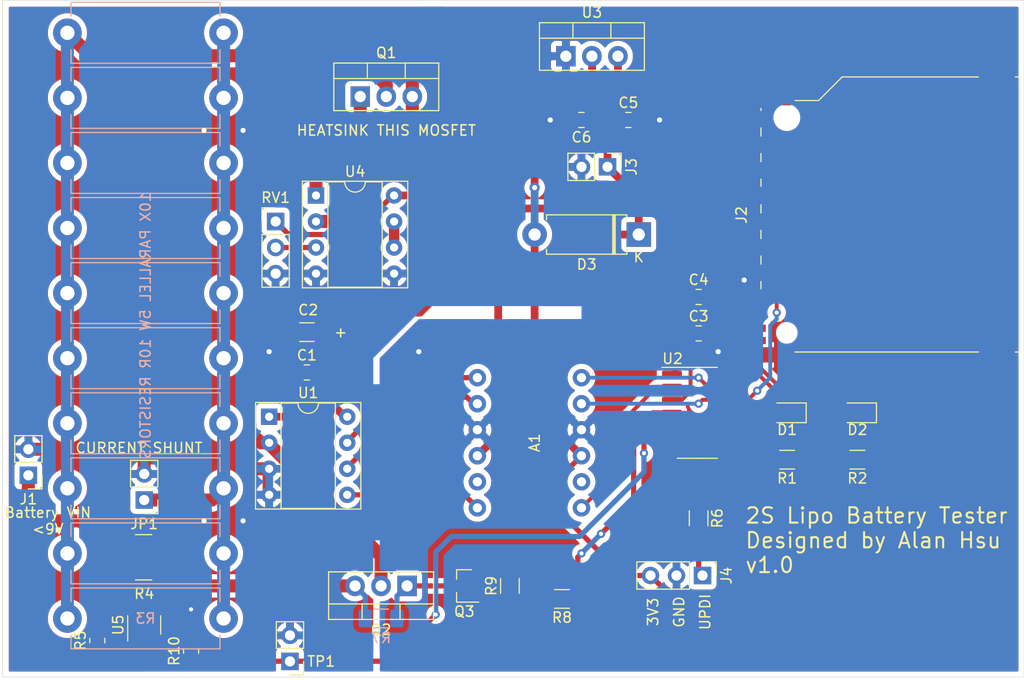
<source format=kicad_pcb>
(kicad_pcb (version 20171130) (host pcbnew "(5.1.9)-1")
  (layers (0 F.Cu signal) (31 B.Cu signal) (34 B.Paste user) (35 F.Paste user) (36 B.SilkS user) (37 F.SilkS user) (38 B.Mask user) (39 F.Mask user) (44 Edge.Cuts user))
  (net 0 "")
  (net 1 /SPI-MISO)
  (net 2 +3V3)
  (net 3 /SPI-CS0)
  (net 4 "Net-(A1-Pad6)")
  (net 5 +9V)
  (net 6 "Net-(A1-Pad2)")
  (net 7 "Net-(A1-Pad1)")
  (net 8 GND)
  (net 9 "Net-(D1-Pad2)")
  (net 10 /SDDet)
  (net 11 "Net-(D2-Pad2)")
  (net 12 /WRPrt)
  (net 13 /B+)
  (net 14 /SPI-SCK)
  (net 15 /SPI-MOSI)
  (net 16 /SPI-CS1)
  (net 17 "Net-(JP1-Pad1)")
  (net 18 "Net-(Q1-Pad3)")
  (net 19 "Net-(Q1-Pad1)")
  (net 20 /RESET)
  (net 21 "Net-(RV1-Pad2)")
  (net 22 "Net-(J4-Pad1)")
  (net 23 "Net-(Q2-Pad1)")
  (net 24 /CUTOFF)
  (net 25 "Net-(Q3-Pad1)")
  (net 26 /ISH+)
  (net 27 /ISH-)
  (net 28 "Net-(R5-Pad1)")
  (net 29 /I_OUT)
  (net 30 "Net-(U4-Pad6)")
  (module Package_DIP:DIP-8_W7.62mm_Socket (layer F.Cu) (at 169.672 82.55)
    (fp_text reference U4 (at 3.81 -2.33) (layer F.SilkS))
    (fp_text value LM358)
    (pad 8 thru_hole oval (at 7.62 0) (size 1.6 1.6) (drill 0.8) (layers *.Cu *.Mask) (net 5 +9V))
    (pad 4 thru_hole oval (at 0 7.62) (size 1.6 1.6) (drill 0.8) (layers *.Cu *.Mask) (net 8 GND))
    (pad 7 thru_hole oval (at 7.62 2.54) (size 1.6 1.6) (drill 0.8) (layers *.Cu *.Mask) (net 30 "Net-(U4-Pad6)"))
    (pad 3 thru_hole oval (at 0 5.08) (size 1.6 1.6) (drill 0.8) (layers *.Cu *.Mask) (net 21 "Net-(RV1-Pad2)"))
    (pad 6 thru_hole oval (at 7.62 5.08) (size 1.6 1.6) (drill 0.8) (layers *.Cu *.Mask) (net 30 "Net-(U4-Pad6)"))
    (pad 2 thru_hole oval (at 0 2.54) (size 1.6 1.6) (drill 0.8) (layers *.Cu *.Mask) (net 18 "Net-(Q1-Pad3)"))
    (pad 5 thru_hole oval (at 7.62 7.62) (size 1.6 1.6) (drill 0.8) (layers *.Cu *.Mask) (net 8 GND))
    (pad 1 thru_hole rect (at 0 0) (size 1.6 1.6) (drill 0.8) (layers *.Cu *.Mask) (net 19 "Net-(Q1-Pad1)"))
  )
  (module Package_DIP:DIP-8_W7.62mm_Socket (layer F.Cu) (at 165.1 104.14)
    (fp_text reference U1 (at 3.81 -2.33) (layer F.SilkS))
    (fp_text value LTC1286CN8)
    (pad 8 thru_hole oval (at 7.62 0) (size 1.6 1.6) (drill 0.8) (layers *.Cu *.Mask) (net 5 +9V))
    (pad 4 thru_hole oval (at 0 7.62) (size 1.6 1.6) (drill 0.8) (layers *.Cu *.Mask) (net 8 GND))
    (pad 7 thru_hole oval (at 7.62 2.54) (size 1.6 1.6) (drill 0.8) (layers *.Cu *.Mask) (net 7 "Net-(A1-Pad1)"))
    (pad 3 thru_hole oval (at 0 5.08) (size 1.6 1.6) (drill 0.8) (layers *.Cu *.Mask) (net 8 GND))
    (pad 6 thru_hole oval (at 7.62 5.08) (size 1.6 1.6) (drill 0.8) (layers *.Cu *.Mask) (net 6 "Net-(A1-Pad2)"))
    (pad 2 thru_hole oval (at 0 2.54) (size 1.6 1.6) (drill 0.8) (layers *.Cu *.Mask) (net 13 /B+))
    (pad 5 thru_hole oval (at 7.62 7.62) (size 1.6 1.6) (drill 0.8) (layers *.Cu *.Mask) (net 4 "Net-(A1-Pad6)"))
    (pad 1 thru_hole rect (at 0 0) (size 1.6 1.6) (drill 0.8) (layers *.Cu *.Mask) (net 5 +9V))
  )
  (module Connector_PinHeader_2.54mm:PinHeader_1x02_P2.54mm_Vertical (layer F.Cu) (at 167.132 128.016 180)
    (fp_text reference TP1 (at -3.048 0) (layer F.SilkS))
    (fp_text value "Current measurement")
    (pad 2 thru_hole oval (at 0 2.54 180) (size 1.7 1.7) (drill 1) (layers *.Cu *.Mask) (net 8 GND))
    (pad 1 thru_hole rect (at 0 0 180) (size 1.7 1.7) (drill 1) (layers *.Cu *.Mask) (net 29 /I_OUT))
  )
  (module Package_TO_SOT_THT:TO-220-3_Vertical (layer F.Cu) (at 194.056 68.961)
    (fp_text reference U3 (at 2.54 -4.27) (layer F.SilkS))
    (fp_text value LM1117-3.3)
    (pad 3 thru_hole oval (at 5.08 0) (size 1.905 2) (drill 1.1) (layers *.Cu *.Mask) (net 5 +9V))
    (pad 2 thru_hole oval (at 2.54 0) (size 1.905 2) (drill 1.1) (layers *.Cu *.Mask) (net 2 +3V3))
    (pad 1 thru_hole rect (at 0 0) (size 1.905 2) (drill 1.1) (layers *.Cu *.Mask) (net 8 GND))
  )
  (module Package_TO_SOT_SMD:SOT-23-5 (layer F.Cu) (at 152.908 124.46 90)
    (fp_text reference U5 (at 0 -2.54 90) (layer F.SilkS))
    (fp_text value LT6106)
    (pad 5 smd rect (at 1.1 -0.95 90) (size 1.06 0.65) (layers F.Cu F.Paste F.Mask) (net 26 /ISH+))
    (pad 4 smd rect (at 1.1 0.95 90) (size 1.06 0.65) (layers F.Cu F.Paste F.Mask) (net 27 /ISH-))
    (pad 3 smd rect (at -1.1 0.95 90) (size 1.06 0.65) (layers F.Cu F.Paste F.Mask) (net 28 "Net-(R5-Pad1)"))
    (pad 2 smd rect (at -1.1 0 90) (size 1.06 0.65) (layers F.Cu F.Paste F.Mask) (net 8 GND))
    (pad 1 smd rect (at -1.1 -0.95 90) (size 1.06 0.65) (layers F.Cu F.Paste F.Mask) (net 29 /I_OUT))
  )
  (module Resistor_SMD:R_0805_2012Metric_Pad1.20x1.40mm_HandSolder (layer F.Cu) (at 157.48 127 90)
    (fp_text reference R10 (at 0 -1.65 90) (layer F.SilkS))
    (fp_text value 2K)
    (pad 2 smd roundrect (at 1 0 90) (size 1.2 1.4) (layers F.Cu F.Paste F.Mask) (roundrect_rratio 0.208333) (net 8 GND))
    (pad 1 smd roundrect (at -1 0 90) (size 1.2 1.4) (layers F.Cu F.Paste F.Mask) (roundrect_rratio 0.208333) (net 29 /I_OUT))
  )
  (module Resistor_SMD:R_0805_2012Metric_Pad1.20x1.40mm_HandSolder (layer F.Cu) (at 148.336 125.984 90)
    (fp_text reference R5 (at 0 -1.65 90) (layer F.SilkS))
    (fp_text value 100R)
    (pad 2 smd roundrect (at 1 0 90) (size 1.2 1.4) (layers F.Cu F.Paste F.Mask) (roundrect_rratio 0.208333) (net 26 /ISH+))
    (pad 1 smd roundrect (at -1 0 90) (size 1.2 1.4) (layers F.Cu F.Paste F.Mask) (roundrect_rratio 0.208333) (net 28 "Net-(R5-Pad1)"))
  )
  (module Resistor_SMD:R_2816_7142Metric_Pad3.20x4.45mm_HandSolder (layer F.Cu) (at 152.848 117.856)
    (fp_text reference R4 (at 0.06 3.556) (layer F.SilkS))
    (fp_text value 10m)
    (pad 2 smd roundrect (at 2.6 0) (size 3.2 4.45) (layers F.Cu F.Paste F.Mask) (roundrect_rratio 0.078125) (net 27 /ISH-))
    (pad 1 smd roundrect (at -2.6 0) (size 3.2 4.45) (layers F.Cu F.Paste F.Mask) (roundrect_rratio 0.078125) (net 26 /ISH+))
  )
  (module Resistor_SMD:R_1206_3216Metric_Pad1.30x1.75mm_HandSolder (layer F.Cu) (at 188.595 120.65 90)
    (fp_text reference R9 (at 0 -1.82 90) (layer F.SilkS))
    (fp_text value 10K)
    (pad 2 smd roundrect (at 1.55 0 90) (size 1.3 1.75) (layers F.Cu F.Paste F.Mask) (roundrect_rratio 0.192308) (net 8 GND))
    (pad 1 smd roundrect (at -1.55 0 90) (size 1.3 1.75) (layers F.Cu F.Paste F.Mask) (roundrect_rratio 0.192308) (net 25 "Net-(Q3-Pad1)"))
  )
  (module Package_TO_SOT_SMD:SOT-23 (layer F.Cu) (at 184.15 120.65 180)
    (fp_text reference Q3 (at 0 -2.5) (layer F.SilkS))
    (fp_text value 2N7002)
    (pad 3 smd rect (at 1 0 180) (size 0.9 0.8) (layers F.Cu F.Paste F.Mask) (net 23 "Net-(Q2-Pad1)"))
    (pad 2 smd rect (at -1 0.95 180) (size 0.9 0.8) (layers F.Cu F.Paste F.Mask) (net 8 GND))
    (pad 1 smd rect (at -1 -0.95 180) (size 0.9 0.8) (layers F.Cu F.Paste F.Mask) (net 25 "Net-(Q3-Pad1)"))
  )
  (module BattTester:10xParallel_R_Axial_DIN0614_L14.3mm_D5.7mm_P15.24mm_Horizontal (layer B.Cu) (at 145.415 123.825)
    (fp_text reference R3 (at 7.62 0) (layer B.SilkS) (effects (justify mirror)))
    (fp_text value "1R, 40-50W")
    (pad 1 thru_hole circle (at 0 -57.15) (size 2.8 2.8) (drill 1.4) (layers *.Cu *.Mask) (net 18 "Net-(Q1-Pad3)"))
    (pad 2 thru_hole oval (at 15.24 -57.15) (size 2.8 2.8) (drill 1.4) (layers *.Cu *.Mask) (net 17 "Net-(JP1-Pad1)"))
    (pad 1 thru_hole circle (at 0 -50.8) (size 2.8 2.8) (drill 1.4) (layers *.Cu *.Mask) (net 18 "Net-(Q1-Pad3)"))
    (pad 2 thru_hole oval (at 15.24 -50.8) (size 2.8 2.8) (drill 1.4) (layers *.Cu *.Mask) (net 17 "Net-(JP1-Pad1)"))
    (pad 1 thru_hole circle (at 0 -44.45) (size 2.8 2.8) (drill 1.4) (layers *.Cu *.Mask) (net 18 "Net-(Q1-Pad3)"))
    (pad 2 thru_hole oval (at 15.24 -44.45) (size 2.8 2.8) (drill 1.4) (layers *.Cu *.Mask) (net 17 "Net-(JP1-Pad1)"))
    (pad 1 thru_hole circle (at 0 -38.1) (size 2.8 2.8) (drill 1.4) (layers *.Cu *.Mask) (net 18 "Net-(Q1-Pad3)"))
    (pad 2 thru_hole oval (at 15.24 -38.1) (size 2.8 2.8) (drill 1.4) (layers *.Cu *.Mask) (net 17 "Net-(JP1-Pad1)"))
    (pad 1 thru_hole circle (at 0 -31.75) (size 2.8 2.8) (drill 1.4) (layers *.Cu *.Mask) (net 18 "Net-(Q1-Pad3)"))
    (pad 2 thru_hole oval (at 15.24 -31.75) (size 2.8 2.8) (drill 1.4) (layers *.Cu *.Mask) (net 17 "Net-(JP1-Pad1)"))
    (pad 1 thru_hole circle (at 0 -25.4) (size 2.8 2.8) (drill 1.4) (layers *.Cu *.Mask) (net 18 "Net-(Q1-Pad3)"))
    (pad 2 thru_hole oval (at 15.24 -25.4) (size 2.8 2.8) (drill 1.4) (layers *.Cu *.Mask) (net 17 "Net-(JP1-Pad1)"))
    (pad 1 thru_hole circle (at 0 -19.05) (size 2.8 2.8) (drill 1.4) (layers *.Cu *.Mask) (net 18 "Net-(Q1-Pad3)"))
    (pad 2 thru_hole oval (at 15.24 -19.05) (size 2.8 2.8) (drill 1.4) (layers *.Cu *.Mask) (net 17 "Net-(JP1-Pad1)"))
    (pad 1 thru_hole circle (at 0 -12.7) (size 2.8 2.8) (drill 1.4) (layers *.Cu *.Mask) (net 18 "Net-(Q1-Pad3)"))
    (pad 2 thru_hole oval (at 15.24 -12.7) (size 2.8 2.8) (drill 1.4) (layers *.Cu *.Mask) (net 17 "Net-(JP1-Pad1)"))
    (pad 1 thru_hole circle (at 0 -6.35) (size 2.8 2.8) (drill 1.4) (layers *.Cu *.Mask) (net 18 "Net-(Q1-Pad3)"))
    (pad 2 thru_hole oval (at 15.24 -6.35) (size 2.8 2.8) (drill 1.4) (layers *.Cu *.Mask) (net 17 "Net-(JP1-Pad1)"))
    (pad 2 thru_hole oval (at 15.24 0) (size 2.8 2.8) (drill 1.4) (layers *.Cu *.Mask) (net 17 "Net-(JP1-Pad1)"))
    (pad 1 thru_hole circle (at 0 0) (size 2.8 2.8) (drill 1.4) (layers *.Cu *.Mask) (net 18 "Net-(Q1-Pad3)"))
  )
  (module Resistor_SMD:R_1206_3216Metric_Pad1.30x1.75mm_HandSolder (layer F.Cu) (at 193.675 121.92 180)
    (fp_text reference R8 (at 0 -1.82) (layer F.SilkS))
    (fp_text value 100R)
    (pad 2 smd roundrect (at 1.55 0 180) (size 1.3 1.75) (layers F.Cu F.Paste F.Mask) (roundrect_rratio 0.192308) (net 25 "Net-(Q3-Pad1)"))
    (pad 1 smd roundrect (at -1.55 0 180) (size 1.3 1.75) (layers F.Cu F.Paste F.Mask) (roundrect_rratio 0.192308) (net 24 /CUTOFF))
  )
  (module Resistor_SMD:R_1206_3216Metric_Pad1.30x1.75mm_HandSolder (layer B.Cu) (at 176.022 123.825 180)
    (fp_text reference R7 (at 0 -1.905) (layer B.SilkS) (effects (justify mirror)))
    (fp_text value 10K)
    (pad 2 smd roundrect (at 1.55 0 180) (size 1.3 1.75) (layers B.Cu B.Paste B.Mask) (roundrect_rratio 0.192308) (net 27 /ISH-))
    (pad 1 smd roundrect (at -1.55 0 180) (size 1.3 1.75) (layers B.Cu B.Paste B.Mask) (roundrect_rratio 0.192308) (net 23 "Net-(Q2-Pad1)"))
  )
  (module Package_TO_SOT_THT:TO-220-3_Vertical (layer F.Cu) (at 178.562 120.65 180)
    (fp_text reference Q2 (at 2.54 -4.27) (layer F.SilkS))
    (fp_text value IRF4905)
    (pad 3 thru_hole oval (at 5.08 0 180) (size 1.905 2) (drill 1.1) (layers *.Cu *.Mask) (net 27 /ISH-))
    (pad 2 thru_hole oval (at 2.54 0 180) (size 1.905 2) (drill 1.1) (layers *.Cu *.Mask) (net 13 /B+))
    (pad 1 thru_hole rect (at 0 0 180) (size 1.905 2) (drill 1.1) (layers *.Cu *.Mask) (net 23 "Net-(Q2-Pad1)"))
  )
  (module Connector_PinHeader_2.54mm:PinHeader_1x02_P2.54mm_Vertical (layer F.Cu) (at 141.605 109.855 180)
    (fp_text reference J1 (at 0 -2.33) (layer F.SilkS))
    (fp_text value Battery)
    (pad 2 thru_hole oval (at 0 2.54 180) (size 1.7 1.7) (drill 1) (layers *.Cu *.Mask) (net 8 GND))
    (pad 1 thru_hole rect (at 0 0 180) (size 1.7 1.7) (drill 1) (layers *.Cu *.Mask) (net 26 /ISH+))
  )
  (module Package_SO:SOIC-14_3.9x8.7mm_P1.27mm (layer F.Cu) (at 206.883 103.759)
    (fp_text reference U2 (at -2.413 -5.28) (layer F.SilkS))
    (fp_text value ATtiny1624-SS)
    (pad 14 smd roundrect (at 2.475 -3.81) (size 1.95 0.6) (layers F.Cu F.Paste F.Mask) (net 8 GND))
    (pad 13 smd roundrect (at 2.475 -2.54) (size 1.95 0.6) (layers F.Cu F.Paste F.Mask) (net 14 /SPI-SCK))
    (pad 12 smd roundrect (at 2.475 -1.27) (size 1.95 0.6) (layers F.Cu F.Paste F.Mask) (net 1 /SPI-MISO))
    (pad 11 smd roundrect (at 2.475 0) (size 1.95 0.6) (layers F.Cu F.Paste F.Mask) (net 15 /SPI-MOSI))
    (pad 10 smd roundrect (at 2.475 1.27) (size 1.95 0.6) (layers F.Cu F.Paste F.Mask) (net 20 /RESET))
    (pad 9 smd roundrect (at 2.475 2.54) (size 1.95 0.6) (layers F.Cu F.Paste F.Mask))
    (pad 8 smd roundrect (at 2.475 3.81) (size 1.95 0.6) (layers F.Cu F.Paste F.Mask))
    (pad 7 smd roundrect (at -2.475 3.81) (size 1.95 0.6) (layers F.Cu F.Paste F.Mask))
    (pad 6 smd roundrect (at -2.475 2.54) (size 1.95 0.6) (layers F.Cu F.Paste F.Mask))
    (pad 5 smd roundrect (at -2.475 1.27) (size 1.95 0.6) (layers F.Cu F.Paste F.Mask) (net 29 /I_OUT))
    (pad 4 smd roundrect (at -2.475 0) (size 1.95 0.6) (layers F.Cu F.Paste F.Mask) (net 24 /CUTOFF))
    (pad 3 smd roundrect (at -2.475 -1.27) (size 1.95 0.6) (layers F.Cu F.Paste F.Mask) (net 16 /SPI-CS1))
    (pad 2 smd roundrect (at -2.475 -2.54) (size 1.95 0.6) (layers F.Cu F.Paste F.Mask) (net 3 /SPI-CS0))
    (pad 1 smd roundrect (at -2.475 -3.81) (size 1.95 0.6) (layers F.Cu F.Paste F.Mask) (net 2 +3V3))
  )
  (module Connector_PinHeader_2.54mm:PinHeader_1x03_P2.54mm_Vertical (layer F.Cu) (at 165.735 85.09)
    (fp_text reference RV1 (at 0 -2.33) (layer F.SilkS))
    (fp_text value 500K)
    (pad 3 thru_hole oval (at 0 5.08) (size 1.7 1.7) (drill 1) (layers *.Cu *.Mask) (net 8 GND))
    (pad 2 thru_hole oval (at 0 2.54) (size 1.7 1.7) (drill 1) (layers *.Cu *.Mask) (net 21 "Net-(RV1-Pad2)"))
    (pad 1 thru_hole rect (at 0 0) (size 1.7 1.7) (drill 1) (layers *.Cu *.Mask) (net 5 +9V))
  )
  (module Resistor_SMD:R_1206_3216Metric_Pad1.30x1.75mm_HandSolder (layer F.Cu) (at 207.01 114.046 270)
    (fp_text reference R6 (at 0 -1.82 90) (layer F.SilkS))
    (fp_text value 4K7)
    (pad 2 smd roundrect (at 1.55 0 270) (size 1.3 1.75) (layers F.Cu F.Paste F.Mask) (roundrect_rratio 0.1923069230769231) (net 22 "Net-(J4-Pad1)"))
    (pad 1 smd roundrect (at -1.55 0 270) (size 1.3 1.75) (layers F.Cu F.Paste F.Mask) (roundrect_rratio 0.1923069230769231) (net 20 /RESET))
  )
  (module Resistor_SMD:R_1206_3216Metric_Pad1.30x1.75mm_HandSolder (layer F.Cu) (at 222.504 108.331 180)
    (fp_text reference R2 (at 0 -1.82) (layer F.SilkS))
    (fp_text value 1K)
    (pad 2 smd roundrect (at 1.55 0 180) (size 1.3 1.75) (layers F.Cu F.Paste F.Mask) (roundrect_rratio 0.1923069230769231) (net 11 "Net-(D2-Pad2)"))
    (pad 1 smd roundrect (at -1.55 0 180) (size 1.3 1.75) (layers F.Cu F.Paste F.Mask) (roundrect_rratio 0.1923069230769231) (net 2 +3V3))
  )
  (module Resistor_SMD:R_1206_3216Metric_Pad1.30x1.75mm_HandSolder (layer F.Cu) (at 215.646 108.331 180)
    (fp_text reference R1 (at 0 -1.82) (layer F.SilkS))
    (fp_text value 1K)
    (pad 2 smd roundrect (at 1.55 0 180) (size 1.3 1.75) (layers F.Cu F.Paste F.Mask) (roundrect_rratio 0.1923069230769231) (net 9 "Net-(D1-Pad2)"))
    (pad 1 smd roundrect (at -1.55 0 180) (size 1.3 1.75) (layers F.Cu F.Paste F.Mask) (roundrect_rratio 0.1923069230769231) (net 2 +3V3))
  )
  (module Package_TO_SOT_THT:TO-220-3_Vertical (layer F.Cu) (at 173.99 72.898)
    (fp_text reference Q1 (at 2.54 -4.27) (layer F.SilkS))
    (fp_text value IRLZ44N)
    (pad 3 thru_hole oval (at 5.08 0) (size 1.905 2) (drill 1.1) (layers *.Cu *.Mask) (net 18 "Net-(Q1-Pad3)"))
    (pad 2 thru_hole oval (at 2.54 0) (size 1.905 2) (drill 1.1) (layers *.Cu *.Mask) (net 13 /B+))
    (pad 1 thru_hole rect (at 0 0) (size 1.905 2) (drill 1.1) (layers *.Cu *.Mask) (net 19 "Net-(Q1-Pad1)"))
  )
  (module Connector_PinHeader_2.54mm:PinHeader_1x02_P2.54mm_Vertical (layer F.Cu) (at 152.908 112.268 180)
    (fp_text reference JP1 (at 0 -2.33) (layer F.SilkS))
    (fp_text value I_SHUNT)
    (pad 2 thru_hole oval (at 0 2.54 180) (size 1.7 1.7) (drill 1) (layers *.Cu *.Mask) (net 8 GND))
    (pad 1 thru_hole rect (at 0 0 180) (size 1.7 1.7) (drill 1) (layers *.Cu *.Mask) (net 17 "Net-(JP1-Pad1)"))
  )
  (module Connector_PinHeader_2.54mm:PinHeader_1x03_P2.54mm_Vertical (layer F.Cu) (at 207.391 119.634 270)
    (fp_text reference J4 (at 0 -2.33 90) (layer F.SilkS))
    (fp_text value UPDI)
    (pad 3 thru_hole oval (at 0 5.08 270) (size 1.7 1.7) (drill 1) (layers *.Cu *.Mask) (net 2 +3V3))
    (pad 2 thru_hole oval (at 0 2.54 270) (size 1.7 1.7) (drill 1) (layers *.Cu *.Mask) (net 8 GND))
    (pad 1 thru_hole rect (at 0 0 270) (size 1.7 1.7) (drill 1) (layers *.Cu *.Mask) (net 22 "Net-(J4-Pad1)"))
  )
  (module Connector_PinHeader_2.54mm:PinHeader_1x02_P2.54mm_Vertical (layer F.Cu) (at 198.12 79.756 270)
    (fp_text reference J3 (at 0 -2.33 90) (layer F.SilkS))
    (fp_text value PWR)
    (pad 2 thru_hole oval (at 0 2.54 270) (size 1.7 1.7) (drill 1) (layers *.Cu *.Mask) (net 8 GND))
    (pad 1 thru_hole rect (at 0 0 270) (size 1.7 1.7) (drill 1) (layers *.Cu *.Mask) (net 5 +9V))
  )
  (module Connector_Card:SD_TE_2041021 (layer F.Cu) (at 224.79 84.455 90)
    (fp_text reference J2 (at 0 -13.6 90) (layer F.SilkS))
    (fp_text value SD_Card)
    (pad 12 smd rect (at -13.65 -10.175 90) (size 1.5 2.8) (layers F.Cu F.Paste F.Mask) (net 8 GND))
    (pad 12 smd rect (at -13.65 11.325 90) (size 1.5 2.8) (layers F.Cu F.Paste F.Mask) (net 8 GND))
    (pad 12 smd rect (at 13.65 11.325 90) (size 1.5 2.8) (layers F.Cu F.Paste F.Mask) (net 8 GND))
    (pad 12 smd rect (at 11.45 -10.175 90) (size 1.5 2.8) (layers F.Cu F.Paste F.Mask) (net 8 GND))
    (pad "" np_thru_hole circle (at -11.5 -9.175 90) (size 1.1 1.1) (drill 1.1) (layers *.Cu *.Mask))
    (pad "" np_thru_hole circle (at 9.5 -9.175 90) (size 1.6 1.6) (drill 1.6) (layers *.Cu *.Mask))
    (pad 11 smd rect (at -12.255 -11.975 90) (size 0.7 1.5) (layers F.Cu F.Paste F.Mask) (net 12 /WRPrt))
    (pad 10 smd rect (at -11.055 -11.975 90) (size 0.7 1.5) (layers F.Cu F.Paste F.Mask) (net 10 /SDDet))
    (pad 9 smd rect (at 9.375 -11.975 90) (size 1 1.5) (layers F.Cu F.Paste F.Mask))
    (pad 8 smd rect (at -9.755 -11.975 90) (size 1 1.5) (layers F.Cu F.Paste F.Mask))
    (pad 7 smd rect (at -8.055 -11.975 90) (size 1 1.5) (layers F.Cu F.Paste F.Mask) (net 1 /SPI-MISO))
    (pad 6 smd rect (at -5.625 -11.975 90) (size 1 1.5) (layers F.Cu F.Paste F.Mask) (net 8 GND))
    (pad 5 smd rect (at -3.125 -11.975 90) (size 1 1.5) (layers F.Cu F.Paste F.Mask) (net 14 /SPI-SCK))
    (pad 4 smd rect (at -0.625 -11.975 90) (size 1 1.5) (layers F.Cu F.Paste F.Mask) (net 2 +3V3))
    (pad 3 smd rect (at 1.875 -11.975 90) (size 1 1.5) (layers F.Cu F.Paste F.Mask) (net 8 GND))
    (pad 2 smd rect (at 4.375 -11.975 90) (size 1 1.5) (layers F.Cu F.Paste F.Mask) (net 15 /SPI-MOSI))
    (pad 1 smd rect (at 6.875 -11.975 90) (size 1 1.5) (layers F.Cu F.Paste F.Mask) (net 16 /SPI-CS1))
  )
  (module Diode_THT:D_DO-15_P10.16mm_Horizontal (layer F.Cu) (at 201.168 86.36 180)
    (fp_text reference D3 (at 5.08 -2.92) (layer F.SilkS))
    (fp_text value 1N5818)
    (fp_text user K (at 0 -2.2) (layer F.SilkS))
    (pad 2 thru_hole oval (at 10.16 0 180) (size 2.4 2.4) (drill 1.2) (layers *.Cu *.Mask) (net 2 +3V3))
    (pad 1 thru_hole rect (at 0 0 180) (size 2.4 2.4) (drill 1.2) (layers *.Cu *.Mask) (net 5 +9V))
  )
  (module LED_SMD:LED_0805_2012Metric_Pad1.15x1.40mm_HandSolder (layer F.Cu) (at 222.504 103.759 180)
    (fp_text reference D2 (at 0 -1.65) (layer F.SilkS))
    (fp_text value LED)
    (pad 2 smd roundrect (at 1.025 0 180) (size 1.15 1.4) (layers F.Cu F.Paste F.Mask) (roundrect_rratio 0.2173904347826087) (net 11 "Net-(D2-Pad2)"))
    (pad 1 smd roundrect (at -1.025 0 180) (size 1.15 1.4) (layers F.Cu F.Paste F.Mask) (roundrect_rratio 0.2173904347826087) (net 12 /WRPrt))
  )
  (module LED_SMD:LED_0805_2012Metric_Pad1.15x1.40mm_HandSolder (layer F.Cu) (at 215.646 103.759 180)
    (fp_text reference D1 (at 0 -1.65) (layer F.SilkS))
    (fp_text value LED)
    (pad 2 smd roundrect (at 1.025 0 180) (size 1.15 1.4) (layers F.Cu F.Paste F.Mask) (roundrect_rratio 0.2173904347826087) (net 9 "Net-(D1-Pad2)"))
    (pad 1 smd roundrect (at -1.025 0 180) (size 1.15 1.4) (layers F.Cu F.Paste F.Mask) (roundrect_rratio 0.2173904347826087) (net 10 /SDDet))
  )
  (module Capacitor_SMD:C_0805_2012Metric_Pad1.18x1.45mm_HandSolder (layer F.Cu) (at 195.58 75.184 180)
    (fp_text reference C6 (at 0 -1.68) (layer F.SilkS))
    (fp_text value 10uF)
    (pad 2 smd roundrect (at 1.0375 0 180) (size 1.175 1.45) (layers F.Cu F.Paste F.Mask) (roundrect_rratio 0.2127659574468085) (net 8 GND))
    (pad 1 smd roundrect (at -1.0375 0 180) (size 1.175 1.45) (layers F.Cu F.Paste F.Mask) (roundrect_rratio 0.2127659574468085) (net 2 +3V3))
  )
  (module Capacitor_SMD:C_0805_2012Metric_Pad1.18x1.45mm_HandSolder (layer F.Cu) (at 200.152 75.184)
    (fp_text reference C5 (at 0 -1.68) (layer F.SilkS))
    (fp_text value 10uF)
    (pad 2 smd roundrect (at 1.0375 0) (size 1.175 1.45) (layers F.Cu F.Paste F.Mask) (roundrect_rratio 0.2127659574468085) (net 8 GND))
    (pad 1 smd roundrect (at -1.0375 0) (size 1.175 1.45) (layers F.Cu F.Paste F.Mask) (roundrect_rratio 0.2127659574468085) (net 5 +9V))
  )
  (module Capacitor_SMD:C_0805_2012Metric_Pad1.18x1.45mm_HandSolder (layer F.Cu) (at 207.01 92.456)
    (fp_text reference C4 (at 0 -1.68) (layer F.SilkS))
    (fp_text value 10uF)
    (pad 2 smd roundrect (at 1.0375 0) (size 1.175 1.45) (layers F.Cu F.Paste F.Mask) (roundrect_rratio 0.2127659574468085) (net 8 GND))
    (pad 1 smd roundrect (at -1.0375 0) (size 1.175 1.45) (layers F.Cu F.Paste F.Mask) (roundrect_rratio 0.2127659574468085) (net 2 +3V3))
  )
  (module Capacitor_SMD:C_0805_2012Metric_Pad1.18x1.45mm_HandSolder (layer F.Cu) (at 207.01 96.012)
    (fp_text reference C3 (at 0 -1.68) (layer F.SilkS))
    (fp_text value 0.1uF)
    (pad 2 smd roundrect (at 1.0375 0) (size 1.175 1.45) (layers F.Cu F.Paste F.Mask) (roundrect_rratio 0.2127659574468085) (net 8 GND))
    (pad 1 smd roundrect (at -1.0375 0) (size 1.175 1.45) (layers F.Cu F.Paste F.Mask) (roundrect_rratio 0.2127659574468085) (net 2 +3V3))
  )
  (module Capacitor_SMD:C_1206_3216Metric_Pad1.33x1.80mm_HandSolder (layer F.Cu) (at 168.783 95.885 180)
    (fp_text reference C2 (at -0.127 2.159) (layer F.SilkS))
    (fp_text value 10uF)
    (pad 2 smd roundrect (at 1.5625 0 180) (size 1.325 1.8) (layers F.Cu F.Paste F.Mask) (roundrect_rratio 0.1886777358490566) (net 8 GND))
    (pad 1 smd roundrect (at -1.5625 0 180) (size 1.325 1.8) (layers F.Cu F.Paste F.Mask) (roundrect_rratio 0.1886777358490566) (net 5 +9V))
  )
  (module Capacitor_SMD:C_0805_2012Metric_Pad1.18x1.45mm_HandSolder (layer F.Cu) (at 168.783 99.822)
    (fp_text reference C1 (at 0 -1.68) (layer F.SilkS))
    (fp_text value 1uF)
    (pad 2 smd roundrect (at 1.0375 0) (size 1.175 1.45) (layers F.Cu F.Paste F.Mask) (roundrect_rratio 0.2127659574468085) (net 5 +9V))
    (pad 1 smd roundrect (at -1.0375 0) (size 1.175 1.45) (layers F.Cu F.Paste F.Mask) (roundrect_rratio 0.2127659574468085) (net 8 GND))
  )
  (module BattTester:LevelShifterBreakout (layer F.Cu) (at 190.5 106.68 90)
    (fp_text reference A1 (at 0 0.5 90) (layer F.SilkS))
    (fp_text value LevelShifter)
    (pad 12 thru_hole circle (at 6.35 5.08 90) (size 1.7 1.7) (drill 0.9) (layers *.Cu *.Mask) (net 14 /SPI-SCK))
    (pad 11 thru_hole circle (at 3.81 5.08 90) (size 1.7 1.7) (drill 0.9) (layers *.Cu *.Mask) (net 1 /SPI-MISO))
    (pad 10 thru_hole circle (at 1.27 5.08 90) (size 1.7 1.7) (drill 0.9) (layers *.Cu *.Mask) (net 8 GND))
    (pad 9 thru_hole circle (at -1.27 5.08 90) (size 1.7 1.7) (drill 0.9) (layers *.Cu *.Mask) (net 2 +3V3))
    (pad 8 thru_hole circle (at -3.81 5.08 90) (size 1.7 1.7) (drill 0.9) (layers *.Cu *.Mask))
    (pad 7 thru_hole circle (at -6.35 5.08 90) (size 1.7 1.7) (drill 0.9) (layers *.Cu *.Mask) (net 3 /SPI-CS0))
    (pad 6 thru_hole circle (at -6.35 -5.08 90) (size 1.7 1.7) (drill 0.9) (layers *.Cu *.Mask) (net 4 "Net-(A1-Pad6)"))
    (pad 5 thru_hole circle (at -3.81 -5.08 90) (size 1.7 1.7) (drill 0.9) (layers *.Cu *.Mask))
    (pad 4 thru_hole circle (at -1.27 -5.08 90) (size 1.7 1.7) (drill 0.9) (layers *.Cu *.Mask) (net 5 +9V))
    (pad 3 thru_hole circle (at 1.27 -5.08 90) (size 1.7 1.7) (drill 0.9) (layers *.Cu *.Mask) (net 8 GND))
    (pad 2 thru_hole circle (at 3.81 -5.08 90) (size 1.7 1.7) (drill 0.9) (layers *.Cu *.Mask) (net 6 "Net-(A1-Pad2)"))
    (pad 1 thru_hole circle (at 6.35 -5.08 90) (size 1.7 1.7) (drill 0.9) (layers *.Cu *.Mask) (net 7 "Net-(A1-Pad1)"))
  )
  (gr_text "10X PARALLEL 5W 10R RESISTORS" (at 153.035 95.25 90) (layer B.SilkS) (effects (font (size 1 1)) (justify mirror)))
  (gr_text "CURRENT SHUNT" (at 152.4 107.188) (layer F.SilkS) (effects (font (size 1 1))))
  (gr_text 3V3 (at 202.565 123.19 90) (layer F.SilkS) (effects (font (size 1 1))))
  (gr_text GND (at 205.105 123.19 90) (layer F.SilkS) (effects (font (size 1 1))))
  (gr_text "HEATSINK THIS MOSFET" (at 176.53 76.2) (layer F.SilkS) (effects (font (size 1 1))))
  (gr_text "Battery VIN\n<9V" (at 143.51 114.3) (layer F.SilkS) (effects (font (size 1 1))))
  (gr_text UPDI (at 207.645 123.19 90) (layer F.SilkS) (effects (font (size 1 1))))
  (gr_text "2S Lipo Battery Tester\nDesigned by Alan Hsu\nv1.0" (at 211.455 116.205) (layer F.SilkS) (effects (font (size 1.5 1.5) (thickness 0.2)) (justify left)))
  (gr_line (start 238.76 63.5) (end 139.065 63.5) (layer Edge.Cuts) (width 0.05))
  (gr_line (start 238.76 129.54) (end 238.76 63.5) (layer Edge.Cuts) (width 0.05))
  (gr_line (start 139.065 129.54) (end 238.76 129.54) (layer Edge.Cuts) (width 0.05))
  (gr_line (start 139.065 63.5) (end 139.065 129.54) (layer Edge.Cuts) (width 0.05))
  (gr_text + (at 172.085 95.885) (layer F.SilkS) (effects (font (size 1 1))))
  (segment (start 206.375 102.87) (end 206.375 102.87) (width 0.381) (layer B.Cu) (net 1))
  (via (at 207.01 102.869994) (size 0.8) (drill 0.4) (layers F.Cu B.Cu) (net 1))
  (segment (start 195.58 102.87) (end 207.009994 102.87) (width 0.381) (layer B.Cu) (net 1))
  (segment (start 207.009994 102.87) (end 207.01 102.869994) (width 0.381) (layer B.Cu) (net 1))
  (segment (start 209.358 102.489) (end 207.390994 102.489) (width 0.381) (layer F.Cu) (net 1))
  (segment (start 207.390994 102.489) (end 207.01 102.869994) (width 0.381) (layer F.Cu) (net 1))
  (segment (start 210.333 102.489) (end 209.358 102.489) (width 0.381) (layer F.Cu) (net 1))
  (segment (start 211.455 101.367) (end 210.333 102.489) (width 0.381) (layer F.Cu) (net 1))
  (segment (start 211.455 97.974575) (end 211.455 101.367) (width 0.381) (layer F.Cu) (net 1))
  (segment (start 212.815 92.51) (end 211.684 92.51) (width 0.381) (layer F.Cu) (net 1))
  (segment (start 211.093488 97.613063) (end 211.455 97.974575) (width 0.381) (layer F.Cu) (net 1))
  (segment (start 211.455 95.445425) (end 211.093488 95.806937) (width 0.381) (layer F.Cu) (net 1))
  (segment (start 211.684 92.51) (end 211.455 92.739) (width 0.381) (layer F.Cu) (net 1))
  (segment (start 211.455 92.739) (end 211.455 95.445425) (width 0.381) (layer F.Cu) (net 1))
  (segment (start 211.093488 95.806937) (end 211.093488 97.613063) (width 0.381) (layer F.Cu) (net 1))
  (segment (start 205.9725 92.456) (end 205.9725 96.012) (width 0.381) (layer F.Cu) (net 2))
  (segment (start 205.9725 98.3845) (end 204.408 99.949) (width 0.381) (layer F.Cu) (net 2))
  (segment (start 205.9725 96.012) (end 205.9725 98.3845) (width 0.381) (layer F.Cu) (net 2))
  (segment (start 191.009 103.379) (end 195.58 107.95) (width 0.762) (layer F.Cu) (net 2))
  (segment (start 191.009 90.575) (end 191.009 103.379) (width 0.762) (layer F.Cu) (net 2))
  (segment (start 205.9725 90.5725) (end 205.9725 92.456) (width 0.508) (layer F.Cu) (net 2))
  (segment (start 211.465 85.08) (end 205.9725 90.5725) (width 0.508) (layer F.Cu) (net 2))
  (segment (start 205.97 90.575) (end 205.9725 90.5725) (width 0.508) (layer F.Cu) (net 2))
  (segment (start 191.009 90.575) (end 205.97 90.575) (width 0.508) (layer F.Cu) (net 2))
  (segment (start 211.465 85.08) (end 212.815 85.08) (width 0.508) (layer F.Cu) (net 2))
  (segment (start 222.72499 109.66001) (end 224.054 108.331) (width 0.508) (layer F.Cu) (net 2))
  (segment (start 218.52501 109.66001) (end 222.72499 109.66001) (width 0.508) (layer F.Cu) (net 2))
  (segment (start 217.196 108.331) (end 218.52501 109.66001) (width 0.508) (layer F.Cu) (net 2))
  (segment (start 203.962 121.285) (end 202.311 119.634) (width 0.508) (layer F.Cu) (net 2))
  (segment (start 209.221101 121.285) (end 203.962 121.285) (width 0.508) (layer F.Cu) (net 2))
  (segment (start 217.196 113.310101) (end 209.221101 121.285) (width 0.508) (layer F.Cu) (net 2))
  (segment (start 217.196 108.331) (end 217.196 113.310101) (width 0.508) (layer F.Cu) (net 2))
  (segment (start 193.675 113.665) (end 193.675 109.855) (width 0.508) (layer F.Cu) (net 2))
  (segment (start 193.675 109.855) (end 195.58 107.95) (width 0.508) (layer F.Cu) (net 2))
  (segment (start 199.644 119.634) (end 193.675 113.665) (width 0.508) (layer F.Cu) (net 2))
  (segment (start 202.311 119.634) (end 199.644 119.634) (width 0.508) (layer F.Cu) (net 2))
  (segment (start 196.6175 68.9825) (end 196.596 68.961) (width 0.762) (layer F.Cu) (net 2))
  (segment (start 196.6175 75.184) (end 196.6175 68.9825) (width 0.762) (layer F.Cu) (net 2))
  (segment (start 191.009 86.361) (end 191.009 90.575) (width 0.762) (layer F.Cu) (net 2))
  (segment (start 191.008 86.36) (end 191.009 86.361) (width 0.762) (layer F.Cu) (net 2))
  (segment (start 191.008 86.36) (end 191.008 81.788) (width 0.762) (layer B.Cu) (net 2))
  (segment (start 191.008 81.788) (end 191.008 81.788) (width 0.762) (layer B.Cu) (net 2))
  (via (at 191.008 81.788) (size 1) (drill 0.5) (layers F.Cu B.Cu) (net 2))
  (segment (start 191.008 80.7935) (end 196.6175 75.184) (width 0.762) (layer F.Cu) (net 2))
  (segment (start 191.008 81.788) (end 191.008 80.7935) (width 0.762) (layer F.Cu) (net 2))
  (segment (start 202.946 101.219) (end 204.408 101.219) (width 0.381) (layer F.Cu) (net 3))
  (segment (start 200.025 104.14) (end 202.946 101.219) (width 0.381) (layer F.Cu) (net 3))
  (segment (start 200.025 108.585) (end 200.025 104.14) (width 0.381) (layer F.Cu) (net 3))
  (segment (start 195.58 113.03) (end 200.025 108.585) (width 0.381) (layer F.Cu) (net 3))
  (segment (start 184.15 111.76) (end 185.42 113.03) (width 0.508) (layer F.Cu) (net 4))
  (segment (start 172.72 111.76) (end 184.15 111.76) (width 0.508) (layer F.Cu) (net 4))
  (segment (start 170.3455 99.297) (end 169.8205 99.822) (width 0.762) (layer F.Cu) (net 5))
  (segment (start 170.3455 95.885) (end 170.3455 99.297) (width 0.762) (layer F.Cu) (net 5))
  (segment (start 169.8205 99.822) (end 169.8205 100.7795) (width 0.762) (layer F.Cu) (net 5))
  (segment (start 173.355 86.36) (end 177.165 82.55) (width 0.508) (layer F.Cu) (net 5))
  (segment (start 167.005 86.36) (end 173.355 86.36) (width 0.508) (layer F.Cu) (net 5))
  (segment (start 165.735 85.09) (end 167.005 86.36) (width 0.508) (layer F.Cu) (net 5))
  (segment (start 169.8205 100.9535) (end 169.8205 100.7795) (width 0.762) (layer F.Cu) (net 5))
  (segment (start 166.634 104.14) (end 169.8205 100.9535) (width 0.762) (layer F.Cu) (net 5))
  (segment (start 164.973 104.14) (end 166.634 104.14) (width 0.762) (layer F.Cu) (net 5))
  (segment (start 199.136 75.1625) (end 199.1145 75.184) (width 0.762) (layer F.Cu) (net 5))
  (segment (start 199.136 68.961) (end 199.136 75.1625) (width 0.762) (layer F.Cu) (net 5))
  (segment (start 198.12 76.1785) (end 199.1145 75.184) (width 0.762) (layer F.Cu) (net 5))
  (segment (start 198.12 79.756) (end 198.12 76.1785) (width 0.762) (layer F.Cu) (net 5))
  (segment (start 201.168 82.804) (end 201.168 86.36) (width 0.762) (layer F.Cu) (net 5))
  (segment (start 198.12 79.756) (end 201.168 82.804) (width 0.762) (layer F.Cu) (net 5))
  (segment (start 179.832 93.98) (end 186.436 87.376) (width 0.762) (layer F.Cu) (net 5))
  (segment (start 172.2505 93.98) (end 179.832 93.98) (width 0.762) (layer F.Cu) (net 5))
  (segment (start 170.3455 95.885) (end 172.2505 93.98) (width 0.762) (layer F.Cu) (net 5))
  (segment (start 181.61 82.55) (end 177.292 82.55) (width 0.762) (layer F.Cu) (net 5))
  (segment (start 186.436 87.376) (end 181.61 82.55) (width 0.762) (layer F.Cu) (net 5))
  (segment (start 187.452 88.392) (end 186.436 87.376) (width 0.762) (layer F.Cu) (net 5))
  (segment (start 187.452 105.918) (end 187.452 88.392) (width 0.762) (layer F.Cu) (net 5))
  (segment (start 185.42 107.95) (end 187.452 105.918) (width 0.762) (layer F.Cu) (net 5))
  (segment (start 198.628 86.36) (end 201.168 86.36) (width 0.762) (layer F.Cu) (net 5))
  (segment (start 196.088 83.82) (end 198.628 86.36) (width 0.762) (layer F.Cu) (net 5))
  (segment (start 189.992 83.82) (end 196.088 83.82) (width 0.762) (layer F.Cu) (net 5))
  (segment (start 186.436 87.376) (end 189.992 83.82) (width 0.762) (layer F.Cu) (net 5))
  (segment (start 172.466 104.14) (end 172.72 104.14) (width 0.762) (layer F.Cu) (net 5))
  (segment (start 169.8205 101.4945) (end 172.466 104.14) (width 0.762) (layer F.Cu) (net 5))
  (segment (start 169.8205 100.7795) (end 169.8205 101.4945) (width 0.762) (layer F.Cu) (net 5))
  (segment (start 184.404 102.235) (end 185.039 102.87) (width 0.508) (layer F.Cu) (net 6))
  (segment (start 185.039 102.87) (end 185.42 102.87) (width 0.508) (layer F.Cu) (net 6))
  (segment (start 179.578 102.235) (end 184.404 102.235) (width 0.508) (layer F.Cu) (net 6))
  (segment (start 172.72 109.093) (end 179.578 102.235) (width 0.508) (layer F.Cu) (net 6))
  (segment (start 172.72 109.22) (end 172.72 109.093) (width 0.508) (layer F.Cu) (net 6))
  (segment (start 179.973922 100.33) (end 185.42 100.33) (width 0.508) (layer F.Cu) (net 7))
  (segment (start 178.943 100.33) (end 179.973922 100.33) (width 0.508) (layer F.Cu) (net 7))
  (segment (start 172.72 106.553) (end 178.943 100.33) (width 0.508) (layer F.Cu) (net 7))
  (segment (start 172.72 106.68) (end 172.72 106.553) (width 0.508) (layer F.Cu) (net 7))
  (segment (start 208.0475 92.456) (end 208.0475 96.012) (width 0.381) (layer F.Cu) (net 8))
  (segment (start 208.0475 98.6385) (end 209.358 99.949) (width 0.381) (layer F.Cu) (net 8))
  (segment (start 208.0475 96.012) (end 208.0475 98.6385) (width 0.381) (layer F.Cu) (net 8))
  (via (at 165.1 97.79) (size 1) (drill 0.5) (layers F.Cu B.Cu) (net 8))
  (via (at 179.705 97.79) (size 1) (drill 0.5) (layers F.Cu B.Cu) (net 8))
  (via (at 211.455 90.805) (size 1) (drill 0.5) (layers F.Cu B.Cu) (net 8))
  (via (at 208.915 97.79) (size 1) (drill 0.5) (layers F.Cu B.Cu) (net 8))
  (segment (start 212.18 90.08) (end 211.455 90.805) (width 0.508) (layer F.Cu) (net 8))
  (segment (start 212.815 90.08) (end 212.18 90.08) (width 0.508) (layer F.Cu) (net 8))
  (segment (start 169.672 90.17) (end 165.735 90.17) (width 0.508) (layer F.Cu) (net 8))
  (segment (start 164.973 111.76) (end 164.973 109.22) (width 1.016) (layer F.Cu) (net 8))
  (via (at 158.75 114.3) (size 1) (drill 0.5) (layers F.Cu B.Cu) (net 8))
  (via (at 162.56 114.3) (size 1) (drill 0.5) (layers F.Cu B.Cu) (net 8))
  (via (at 158.75 76.2) (size 1) (drill 0.5) (layers F.Cu B.Cu) (net 8))
  (via (at 162.56 76.2) (size 1) (drill 0.5) (layers F.Cu B.Cu) (net 8))
  (via (at 192.532 75.184) (size 1) (drill 0.5) (layers F.Cu B.Cu) (net 8))
  (via (at 203.2 75.184) (size 1) (drill 0.5) (layers F.Cu B.Cu) (net 8))
  (segment (start 152.908 107.442) (end 152.781 107.315) (width 1.27) (layer F.Cu) (net 8))
  (segment (start 152.908 109.728) (end 152.908 107.442) (width 1.27) (layer F.Cu) (net 8))
  (segment (start 141.605 107.315) (end 152.781 107.315) (width 1.27) (layer F.Cu) (net 8))
  (segment (start 152.908 126.598) (end 153.31 127) (width 0.508) (layer F.Cu) (net 8))
  (segment (start 152.908 125.56) (end 152.908 126.598) (width 0.508) (layer F.Cu) (net 8))
  (segment (start 156.48 127) (end 157.48 126) (width 0.508) (layer F.Cu) (net 8))
  (segment (start 153.31 127) (end 156.48 127) (width 0.508) (layer F.Cu) (net 8))
  (via (at 157.48 122.936) (size 0.8) (drill 0.4) (layers F.Cu B.Cu) (net 8))
  (segment (start 165.1 109.22) (end 164.973 109.22) (width 1.27) (layer F.Cu) (net 8))
  (segment (start 163.576 109.22) (end 165.1 109.22) (width 1.27) (layer F.Cu) (net 8))
  (segment (start 162.506011 108.150011) (end 163.576 109.22) (width 1.27) (layer F.Cu) (net 8))
  (segment (start 153.616011 108.150011) (end 162.506011 108.150011) (width 1.27) (layer F.Cu) (net 8))
  (segment (start 152.781 107.315) (end 153.616011 108.150011) (width 1.27) (layer F.Cu) (net 8))
  (segment (start 214.621 107.806) (end 214.096 108.331) (width 0.381) (layer F.Cu) (net 9))
  (segment (start 214.621 103.759) (end 214.621 107.806) (width 0.381) (layer F.Cu) (net 9))
  (segment (start 212.212098 95.51) (end 212.815 95.51) (width 0.381) (layer F.Cu) (net 10))
  (segment (start 211.674499 96.047599) (end 212.212098 95.51) (width 0.381) (layer F.Cu) (net 10))
  (segment (start 212.036011 97.733913) (end 211.674499 97.372401) (width 0.381) (layer F.Cu) (net 10))
  (segment (start 215.503916 102.66849) (end 212.036011 99.200585) (width 0.381) (layer F.Cu) (net 10))
  (segment (start 212.036011 99.200585) (end 212.036011 97.733913) (width 0.381) (layer F.Cu) (net 10))
  (segment (start 215.58049 102.66849) (end 215.503916 102.66849) (width 0.381) (layer F.Cu) (net 10))
  (segment (start 216.671 103.759) (end 215.58049 102.66849) (width 0.381) (layer F.Cu) (net 10))
  (segment (start 211.674499 97.372401) (end 211.674499 96.047599) (width 0.381) (layer F.Cu) (net 10))
  (segment (start 221.479 107.806) (end 220.954 108.331) (width 0.381) (layer F.Cu) (net 11))
  (segment (start 221.479 103.759) (end 221.479 107.806) (width 0.381) (layer F.Cu) (net 11))
  (segment (start 221.37 101.6) (end 223.529 103.759) (width 0.381) (layer F.Cu) (net 12))
  (segment (start 215.257098 101.6) (end 221.37 101.6) (width 0.381) (layer F.Cu) (net 12))
  (segment (start 212.815 99.157902) (end 215.257098 101.6) (width 0.381) (layer F.Cu) (net 12))
  (segment (start 212.815 96.71) (end 212.815 99.157902) (width 0.381) (layer F.Cu) (net 12))
  (segment (start 176.53 71.755) (end 176.53 72.898) (width 1.27) (layer F.Cu) (net 13))
  (segment (start 175.26 70.485) (end 176.53 71.755) (width 1.27) (layer F.Cu) (net 13))
  (segment (start 163.195 78.132579) (end 170.842579 70.485) (width 1.27) (layer F.Cu) (net 13))
  (segment (start 170.842579 70.485) (end 175.26 70.485) (width 1.27) (layer F.Cu) (net 13))
  (segment (start 176.022 120.65) (end 176.022 117.729) (width 1.27) (layer F.Cu) (net 13))
  (segment (start 163.195 104.902) (end 163.195 78.132579) (width 1.27) (layer F.Cu) (net 13))
  (segment (start 165.1 106.807) (end 165.1 106.68) (width 1.27) (layer F.Cu) (net 13))
  (segment (start 165.1 106.68) (end 164.282998 106.68) (width 1.27) (layer F.Cu) (net 13))
  (segment (start 163.210999 104.917999) (end 163.195 104.902) (width 1.27) (layer F.Cu) (net 13))
  (segment (start 176.022 117.729) (end 165.1 106.807) (width 1.27) (layer F.Cu) (net 13))
  (segment (start 164.282998 106.68) (end 163.210999 105.608001) (width 1.27) (layer F.Cu) (net 13))
  (segment (start 163.210999 105.608001) (end 163.210999 104.917999) (width 1.27) (layer F.Cu) (net 13))
  (segment (start 206.375 100.33) (end 206.375 100.33) (width 0.381) (layer B.Cu) (net 14))
  (segment (start 207.899 101.219) (end 207.01 100.33) (width 0.381) (layer F.Cu) (net 14))
  (segment (start 195.58 100.33) (end 207.01 100.33) (width 0.381) (layer B.Cu) (net 14))
  (segment (start 209.358 101.219) (end 207.899 101.219) (width 0.381) (layer F.Cu) (net 14))
  (via (at 207.01 100.33) (size 0.8) (drill 0.4) (layers F.Cu B.Cu) (net 14))
  (segment (start 210.185 90.21) (end 212.815 87.58) (width 0.381) (layer F.Cu) (net 14))
  (segment (start 210.87399 98.215237) (end 210.185 97.526247) (width 0.381) (layer F.Cu) (net 14))
  (segment (start 210.87399 100.91101) (end 210.87399 98.215237) (width 0.381) (layer F.Cu) (net 14))
  (segment (start 210.566 101.219) (end 210.87399 100.91101) (width 0.381) (layer F.Cu) (net 14))
  (segment (start 210.185 97.526247) (end 210.185 90.21) (width 0.381) (layer F.Cu) (net 14))
  (segment (start 209.358 101.219) (end 210.566 101.219) (width 0.381) (layer F.Cu) (net 14))
  (segment (start 214.63 93.98) (end 214.63 93.98) (width 0.381) (layer F.Cu) (net 15))
  (via (at 214.63 93.98) (size 0.8) (drill 0.4) (layers F.Cu B.Cu) (net 15))
  (segment (start 214.63 93.98) (end 214.63 94.615) (width 0.381) (layer B.Cu) (net 15))
  (segment (start 214.63 94.615) (end 213.995 95.25) (width 0.381) (layer B.Cu) (net 15))
  (segment (start 213.995 95.25) (end 213.995 100.33) (width 0.381) (layer B.Cu) (net 15))
  (segment (start 213.995 100.33) (end 212.725 101.6) (width 0.381) (layer B.Cu) (net 15))
  (segment (start 212.725 101.6) (end 212.725 101.6) (width 0.381) (layer B.Cu) (net 15))
  (via (at 212.725 101.6) (size 0.8) (drill 0.4) (layers F.Cu B.Cu) (net 15))
  (segment (start 210.566 103.759) (end 212.725 101.6) (width 0.381) (layer F.Cu) (net 15))
  (segment (start 209.358 103.759) (end 210.566 103.759) (width 0.381) (layer F.Cu) (net 15))
  (segment (start 214.63 80.645) (end 214.63 93.98) (width 0.381) (layer F.Cu) (net 15))
  (segment (start 213.995 80.01) (end 214.63 80.645) (width 0.381) (layer F.Cu) (net 15))
  (segment (start 212.885 80.01) (end 213.995 80.01) (width 0.381) (layer F.Cu) (net 15))
  (segment (start 212.815 80.08) (end 212.885 80.01) (width 0.381) (layer F.Cu) (net 15))
  (segment (start 211.674499 78.720501) (end 212.815 77.58) (width 0.381) (layer F.Cu) (net 16))
  (segment (start 205.383 102.489) (end 206.219499 101.652501) (width 0.381) (layer F.Cu) (net 16))
  (segment (start 206.219499 101.652501) (end 206.219499 98.959173) (width 0.381) (layer F.Cu) (net 16))
  (segment (start 212.082098 86.36) (end 213.487902 86.36) (width 0.381) (layer F.Cu) (net 16))
  (segment (start 206.219499 98.959173) (end 207.06949 98.109182) (width 0.381) (layer F.Cu) (net 16))
  (segment (start 207.06949 98.109182) (end 207.06949 91.372608) (width 0.381) (layer F.Cu) (net 16))
  (segment (start 204.408 102.489) (end 205.383 102.489) (width 0.381) (layer F.Cu) (net 16))
  (segment (start 213.467902 81.28) (end 212.062098 81.28) (width 0.381) (layer F.Cu) (net 16))
  (segment (start 212.062098 81.28) (end 211.674499 80.892401) (width 0.381) (layer F.Cu) (net 16))
  (segment (start 207.06949 91.372608) (end 212.082098 86.36) (width 0.381) (layer F.Cu) (net 16))
  (segment (start 213.487902 86.36) (end 213.995 85.852902) (width 0.381) (layer F.Cu) (net 16))
  (segment (start 213.995 85.852902) (end 213.995 81.807098) (width 0.381) (layer F.Cu) (net 16))
  (segment (start 213.995 81.807098) (end 213.467902 81.28) (width 0.381) (layer F.Cu) (net 16))
  (segment (start 211.674499 80.892401) (end 211.674499 78.720501) (width 0.381) (layer F.Cu) (net 16))
  (segment (start 160.655 123.825) (end 160.655 66.675) (width 1.27) (layer B.Cu) (net 17))
  (segment (start 159.512 112.268) (end 160.655 111.125) (width 1.27) (layer F.Cu) (net 17))
  (segment (start 152.908 112.268) (end 159.512 112.268) (width 1.27) (layer F.Cu) (net 17))
  (segment (start 145.415 66.675) (end 145.415 123.825) (width 1.27) (layer B.Cu) (net 18))
  (segment (start 147.650001 68.910001) (end 145.415 66.675) (width 1.27) (layer F.Cu) (net 18))
  (segment (start 177.336251 68.910001) (end 147.650001 68.910001) (width 1.27) (layer F.Cu) (net 18))
  (segment (start 179.07 70.64375) (end 177.336251 68.910001) (width 1.27) (layer F.Cu) (net 18))
  (segment (start 179.07 72.898) (end 179.07 70.64375) (width 1.27) (layer F.Cu) (net 18))
  (segment (start 170.942 85.09) (end 169.672 85.09) (width 1.27) (layer F.Cu) (net 18))
  (segment (start 179.07 76.962) (end 170.942 85.09) (width 1.27) (layer F.Cu) (net 18))
  (segment (start 179.07 72.898) (end 179.07 76.962) (width 1.27) (layer F.Cu) (net 18))
  (segment (start 169.672 80.01) (end 173.99 75.692) (width 1.27) (layer F.Cu) (net 19))
  (segment (start 169.672 82.55) (end 169.672 80.01) (width 1.27) (layer F.Cu) (net 19))
  (segment (start 173.99 75.692) (end 173.99 72.898) (width 1.27) (layer F.Cu) (net 19))
  (segment (start 207.01 106.402) (end 207.01 112.496) (width 0.508) (layer F.Cu) (net 20))
  (segment (start 208.383 105.029) (end 207.01 106.402) (width 0.508) (layer F.Cu) (net 20))
  (segment (start 209.358 105.029) (end 208.383 105.029) (width 0.508) (layer F.Cu) (net 20))
  (segment (start 165.735 87.63) (end 169.672 87.63) (width 0.508) (layer F.Cu) (net 21))
  (segment (start 207.01 119.253) (end 207.391 119.634) (width 0.508) (layer F.Cu) (net 22))
  (segment (start 207.01 115.596) (end 207.01 119.253) (width 0.508) (layer F.Cu) (net 22))
  (segment (start 177.572 121.64) (end 178.562 120.65) (width 0.508) (layer B.Cu) (net 23))
  (segment (start 177.572 123.825) (end 177.572 121.64) (width 0.508) (layer B.Cu) (net 23))
  (segment (start 183.15 120.65) (end 178.562 120.65) (width 0.508) (layer F.Cu) (net 23))
  (segment (start 197.485 115.57) (end 197.485 115.57) (width 0.508) (layer F.Cu) (net 24))
  (via (at 197.485 115.57) (size 0.8) (drill 0.4) (layers F.Cu B.Cu) (net 24))
  (via (at 195.58 117.475) (size 0.8) (drill 0.4) (layers F.Cu B.Cu) (net 24))
  (segment (start 197.485 115.57) (end 195.58 117.475) (width 0.508) (layer B.Cu) (net 24))
  (segment (start 195.225 121.92) (end 195.225 117.83) (width 0.508) (layer F.Cu) (net 24))
  (segment (start 195.225 117.83) (end 195.58 117.475) (width 0.508) (layer F.Cu) (net 24))
  (segment (start 200.66951 112.38549) (end 197.485 115.57) (width 0.508) (layer F.Cu) (net 24))
  (segment (start 200.66951 105.65449) (end 200.66951 112.38549) (width 0.508) (layer F.Cu) (net 24))
  (segment (start 202.565 103.759) (end 200.66951 105.65449) (width 0.508) (layer F.Cu) (net 24))
  (segment (start 204.408 103.759) (end 202.565 103.759) (width 0.508) (layer F.Cu) (net 24))
  (segment (start 187.995 121.6) (end 188.595 122.2) (width 0.508) (layer F.Cu) (net 25))
  (segment (start 185.15 121.6) (end 187.995 121.6) (width 0.508) (layer F.Cu) (net 25))
  (segment (start 191.845 122.2) (end 192.125 121.92) (width 0.508) (layer F.Cu) (net 25))
  (segment (start 188.595 122.2) (end 191.845 122.2) (width 0.508) (layer F.Cu) (net 25))
  (segment (start 150.248 121.65) (end 151.958 123.36) (width 1.27) (layer F.Cu) (net 26))
  (segment (start 150.248 117.856) (end 150.248 121.65) (width 1.27) (layer F.Cu) (net 26))
  (segment (start 148.336 123.562) (end 150.248 121.65) (width 0.508) (layer F.Cu) (net 26))
  (segment (start 148.336 124.984) (end 148.336 123.562) (width 0.508) (layer F.Cu) (net 26))
  (segment (start 146.692 114.3) (end 150.248 117.856) (width 1.27) (layer F.Cu) (net 26))
  (segment (start 143.93 114.3) (end 146.692 114.3) (width 1.27) (layer F.Cu) (net 26))
  (segment (start 141.605 111.975) (end 143.93 114.3) (width 1.27) (layer F.Cu) (net 26))
  (segment (start 141.605 109.855) (end 141.605 111.975) (width 1.27) (layer F.Cu) (net 26))
  (segment (start 174.472 121.64) (end 173.482 120.65) (width 0.508) (layer B.Cu) (net 27))
  (segment (start 174.472 123.825) (end 174.472 121.64) (width 0.508) (layer B.Cu) (net 27))
  (segment (start 155.448 121.77) (end 153.858 123.36) (width 1.27) (layer F.Cu) (net 27))
  (segment (start 155.448 117.856) (end 155.448 121.77) (width 1.27) (layer F.Cu) (net 27))
  (segment (start 158.242 120.65) (end 155.448 117.856) (width 1.27) (layer F.Cu) (net 27))
  (segment (start 173.482 120.65) (end 158.242 120.65) (width 1.27) (layer F.Cu) (net 27))
  (segment (start 150.870991 124.449009) (end 148.336 126.984) (width 0.508) (layer F.Cu) (net 28))
  (segment (start 153.405009 124.449009) (end 150.870991 124.449009) (width 0.508) (layer F.Cu) (net 28))
  (segment (start 153.858 124.902) (end 153.405009 124.449009) (width 0.508) (layer F.Cu) (net 28))
  (segment (start 153.858 125.56) (end 153.858 124.902) (width 0.508) (layer F.Cu) (net 28))
  (segment (start 157.48 128) (end 152.892 128) (width 0.508) (layer F.Cu) (net 29))
  (segment (start 151.958 127.066) (end 151.958 125.56) (width 0.508) (layer F.Cu) (net 29))
  (segment (start 152.892 128) (end 151.958 127.066) (width 0.508) (layer F.Cu) (net 29))
  (segment (start 201.676 106.172) (end 201.676 107.696) (width 0.508) (layer F.Cu) (net 29))
  (segment (start 202.819 105.029) (end 201.676 106.172) (width 0.508) (layer F.Cu) (net 29))
  (segment (start 204.408 105.029) (end 202.819 105.029) (width 0.508) (layer F.Cu) (net 29))
  (via (at 201.676 107.696) (size 0.8) (drill 0.4) (layers F.Cu B.Cu) (net 29))
  (via (at 181.356 123.443996) (size 0.8) (drill 0.4) (layers F.Cu B.Cu) (net 29))
  (segment (start 157.48 128) (end 176.799996 128) (width 0.508) (layer F.Cu) (net 29))
  (segment (start 176.799996 128) (end 181.356 123.443996) (width 0.508) (layer F.Cu) (net 29))
  (segment (start 201.676 109.549961) (end 201.676 107.696) (width 0.508) (layer B.Cu) (net 29))
  (segment (start 195.401961 115.824) (end 201.676 109.549961) (width 0.508) (layer B.Cu) (net 29))
  (segment (start 182.88 115.824) (end 195.401961 115.824) (width 0.508) (layer B.Cu) (net 29))
  (segment (start 181.356 117.348) (end 182.88 115.824) (width 0.508) (layer B.Cu) (net 29))
  (segment (start 181.356 123.443996) (end 181.356 117.348) (width 0.508) (layer B.Cu) (net 29))
  (segment (start 177.292 85.09) (end 177.292 87.63) (width 1.016) (layer F.Cu) (net 30))
  (zone (net 8) (net_name GND) (layer B.Cu) (connect_pads (clearance 0.508)) (min_thickness 0.254) (fill yes (arc_segments 32) (thermal_gap 0.508) (thermal_bridge_width 0.762))
    (polygon (pts (xy 182.245 77.47) (xy 180.34 79.375) (xy 180.34 93.345) (xy 175.26 98.425) (xy 175.26 129.032) (xy 139.7 129.032) (xy 139.7 64.135) (xy 182.245 64.135)))
  )
  (zone (net 8) (net_name GND) (layer F.Cu) (connect_pads (clearance 0.508)) (min_thickness 0.254) (fill yes (arc_segments 32) (thermal_gap 0.508) (thermal_bridge_width 0.762))
    (polygon (pts (xy 182.245 77.47) (xy 180.34 79.375) (xy 180.34 93.345) (xy 175.26 98.425) (xy 175.26 129.032) (xy 139.7 129.032) (xy 139.7 64.135) (xy 182.245 64.135)))
  )
  (zone (net 8) (net_name GND) (layer B.Cu) (connect_pads (clearance 0.508)) (min_thickness 0.254) (fill yes (arc_segments 32) (thermal_gap 0.508) (thermal_bridge_width 0.762))
    (polygon (pts (xy 238.252 129.032) (xy 175.895 129.032) (xy 175.895 98.425) (xy 179.705 94.615) (xy 195.58 94.615) (xy 195.58 64.135) (xy 238.252 64.135)))
  )
  (zone (net 8) (net_name GND) (layer F.Cu) (connect_pads (clearance 0.508)) (min_thickness 0.254) (fill yes (arc_segments 32) (thermal_gap 0.508) (thermal_bridge_width 0.508))
    (polygon (pts (xy 238.252 129.032) (xy 175.895 129.032) (xy 175.895 98.425) (xy 179.705 94.615) (xy 195.58 94.615) (xy 195.58 64.135) (xy 238.252 64.135)))
  )
  (zone (net 0) (net_name "") (layer F.Cu) (connect_pads (clearance 0.508)) (min_thickness 0.254)
    (keepout (tracks not_allowed) (vias not_allowed) (copperpour not_allowed))
    (fill (arc_segments 32) (thermal_gap 0.508) (thermal_bridge_width 0.508))
    (polygon (pts (xy 226.06 95.25) (xy 216.535 95.25) (xy 216.535 73.66) (xy 226.06 73.66)))
  )
  (zone (net 8) (net_name GND) (layer F.Cu) (connect_pads (clearance 0.508)) (min_thickness 0.254) (fill yes (arc_segments 32) (thermal_gap 0.508) (thermal_bridge_width 0.762))
    (polygon (pts (xy 198.12 93.345) (xy 179.705 93.345) (xy 179.705 64.135) (xy 198.12 64.135)))
  )
  (zone (net 8) (net_name GND) (layer B.Cu) (connect_pads (clearance 0.508)) (min_thickness 0.254) (fill yes (arc_segments 32) (thermal_gap 0.508) (thermal_bridge_width 0.762))
    (polygon (pts (xy 198.12 93.345) (xy 179.705 93.345) (xy 179.705 64.135) (xy 198.12 64.135)))
  )
  (zone (net 8) (net_name GND) (layer B.Cu) (connect_pads (clearance 0.508)) (min_thickness 0.254) (fill yes (arc_segments 32) (thermal_gap 0.508) (thermal_bridge_width 0.508))
    (polygon (pts (xy 177.165 116.205) (xy 173.99 116.205) (xy 173.99 100.965) (xy 177.165 100.965)))
  )
)
</source>
